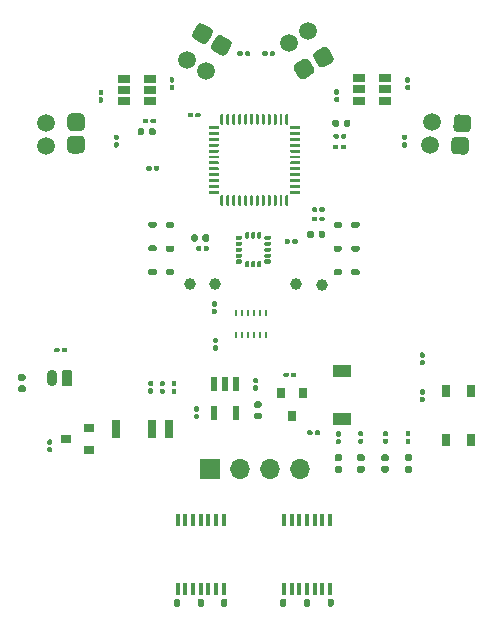
<source format=gts>
G04 #@! TF.GenerationSoftware,KiCad,Pcbnew,(5.1.7)-1*
G04 #@! TF.CreationDate,2021-06-03T00:57:12+09:00*
G04 #@! TF.ProjectId,lapis,6c617069-732e-46b6-9963-61645f706362,rev?*
G04 #@! TF.SameCoordinates,Original*
G04 #@! TF.FileFunction,Soldermask,Top*
G04 #@! TF.FilePolarity,Negative*
%FSLAX46Y46*%
G04 Gerber Fmt 4.6, Leading zero omitted, Abs format (unit mm)*
G04 Created by KiCad (PCBNEW (5.1.7)-1) date 2021-06-03 00:57:12*
%MOMM*%
%LPD*%
G01*
G04 APERTURE LIST*
%ADD10R,0.700000X1.500000*%
%ADD11R,0.600000X1.200000*%
%ADD12R,0.250000X0.500000*%
%ADD13R,0.450000X1.000000*%
%ADD14R,1.060000X0.650000*%
%ADD15R,0.650000X1.050000*%
%ADD16C,1.500000*%
%ADD17C,1.000000*%
%ADD18R,0.800000X0.900000*%
%ADD19R,0.900000X0.800000*%
%ADD20R,1.600000X1.000000*%
%ADD21O,1.700000X1.700000*%
%ADD22R,1.700000X1.700000*%
%ADD23O,0.900000X1.400000*%
G04 APERTURE END LIST*
D10*
X138090000Y-118980000D03*
X136590000Y-118980000D03*
X133590000Y-118980000D03*
D11*
X143750000Y-117650000D03*
X141850000Y-117650000D03*
X141850000Y-115150000D03*
X142800000Y-115150000D03*
X143750000Y-115150000D03*
D12*
X143740000Y-109140000D03*
X144240000Y-109140000D03*
X144740000Y-109140000D03*
X145240000Y-109140000D03*
X145740000Y-109140000D03*
X146240000Y-109140000D03*
X146240000Y-111040000D03*
X145740000Y-111040000D03*
X145240000Y-111040000D03*
X144740000Y-111040000D03*
X144240000Y-111040000D03*
X143740000Y-111040000D03*
D13*
X142700000Y-132538000D03*
X142050000Y-132538000D03*
X141400000Y-132538000D03*
X140750000Y-132538000D03*
X140100000Y-132538000D03*
X139450000Y-132538000D03*
X138800000Y-132538000D03*
X138800000Y-126662000D03*
X139450000Y-126662000D03*
X140100000Y-126662000D03*
X140750000Y-126662000D03*
X141400000Y-126662000D03*
X142050000Y-126662000D03*
X142700000Y-126662000D03*
X151700000Y-132538000D03*
X151050000Y-132538000D03*
X150400000Y-132538000D03*
X149750000Y-132538000D03*
X149100000Y-132538000D03*
X148450000Y-132538000D03*
X147800000Y-132538000D03*
X147800000Y-126662000D03*
X148450000Y-126662000D03*
X149100000Y-126662000D03*
X149750000Y-126662000D03*
X150400000Y-126662000D03*
X151050000Y-126662000D03*
X151700000Y-126662000D03*
D14*
X156330000Y-90220000D03*
X156330000Y-89270000D03*
X156330000Y-91170000D03*
X154130000Y-91170000D03*
X154130000Y-90220000D03*
X154130000Y-89270000D03*
X136420000Y-90260000D03*
X136420000Y-89310000D03*
X136420000Y-91210000D03*
X134220000Y-91210000D03*
X134220000Y-90260000D03*
X134220000Y-89310000D03*
G36*
G01*
X150397500Y-119400000D02*
X150397500Y-119200000D01*
G75*
G02*
X150497500Y-119100000I100000J0D01*
G01*
X150757500Y-119100000D01*
G75*
G02*
X150857500Y-119200000I0J-100000D01*
G01*
X150857500Y-119400000D01*
G75*
G02*
X150757500Y-119500000I-100000J0D01*
G01*
X150497500Y-119500000D01*
G75*
G02*
X150397500Y-119400000I0J100000D01*
G01*
G37*
G36*
G01*
X149757500Y-119400000D02*
X149757500Y-119200000D01*
G75*
G02*
X149857500Y-119100000I100000J0D01*
G01*
X150117500Y-119100000D01*
G75*
G02*
X150217500Y-119200000I0J-100000D01*
G01*
X150217500Y-119400000D01*
G75*
G02*
X150117500Y-119500000I-100000J0D01*
G01*
X149857500Y-119500000D01*
G75*
G02*
X149757500Y-119400000I0J100000D01*
G01*
G37*
G36*
G01*
X148210000Y-114300000D02*
X148210000Y-114500000D01*
G75*
G02*
X148110000Y-114600000I-100000J0D01*
G01*
X147850000Y-114600000D01*
G75*
G02*
X147750000Y-114500000I0J100000D01*
G01*
X147750000Y-114300000D01*
G75*
G02*
X147850000Y-114200000I100000J0D01*
G01*
X148110000Y-114200000D01*
G75*
G02*
X148210000Y-114300000I0J-100000D01*
G01*
G37*
G36*
G01*
X148850000Y-114300000D02*
X148850000Y-114500000D01*
G75*
G02*
X148750000Y-114600000I-100000J0D01*
G01*
X148490000Y-114600000D01*
G75*
G02*
X148390000Y-114500000I0J100000D01*
G01*
X148390000Y-114300000D01*
G75*
G02*
X148490000Y-114200000I100000J0D01*
G01*
X148750000Y-114200000D01*
G75*
G02*
X148850000Y-114300000I0J-100000D01*
G01*
G37*
G36*
G01*
X159605000Y-116067500D02*
X159405000Y-116067500D01*
G75*
G02*
X159305000Y-115967500I0J100000D01*
G01*
X159305000Y-115707500D01*
G75*
G02*
X159405000Y-115607500I100000J0D01*
G01*
X159605000Y-115607500D01*
G75*
G02*
X159705000Y-115707500I0J-100000D01*
G01*
X159705000Y-115967500D01*
G75*
G02*
X159605000Y-116067500I-100000J0D01*
G01*
G37*
G36*
G01*
X159605000Y-116707500D02*
X159405000Y-116707500D01*
G75*
G02*
X159305000Y-116607500I0J100000D01*
G01*
X159305000Y-116347500D01*
G75*
G02*
X159405000Y-116247500I100000J0D01*
G01*
X159605000Y-116247500D01*
G75*
G02*
X159705000Y-116347500I0J-100000D01*
G01*
X159705000Y-116607500D01*
G75*
G02*
X159605000Y-116707500I-100000J0D01*
G01*
G37*
G36*
G01*
X152500000Y-119642500D02*
X152300000Y-119642500D01*
G75*
G02*
X152200000Y-119542500I0J100000D01*
G01*
X152200000Y-119282500D01*
G75*
G02*
X152300000Y-119182500I100000J0D01*
G01*
X152500000Y-119182500D01*
G75*
G02*
X152600000Y-119282500I0J-100000D01*
G01*
X152600000Y-119542500D01*
G75*
G02*
X152500000Y-119642500I-100000J0D01*
G01*
G37*
G36*
G01*
X152500000Y-120282500D02*
X152300000Y-120282500D01*
G75*
G02*
X152200000Y-120182500I0J100000D01*
G01*
X152200000Y-119922500D01*
G75*
G02*
X152300000Y-119822500I100000J0D01*
G01*
X152500000Y-119822500D01*
G75*
G02*
X152600000Y-119922500I0J-100000D01*
G01*
X152600000Y-120182500D01*
G75*
G02*
X152500000Y-120282500I-100000J0D01*
G01*
G37*
G36*
G01*
X154400000Y-119610000D02*
X154200000Y-119610000D01*
G75*
G02*
X154100000Y-119510000I0J100000D01*
G01*
X154100000Y-119250000D01*
G75*
G02*
X154200000Y-119150000I100000J0D01*
G01*
X154400000Y-119150000D01*
G75*
G02*
X154500000Y-119250000I0J-100000D01*
G01*
X154500000Y-119510000D01*
G75*
G02*
X154400000Y-119610000I-100000J0D01*
G01*
G37*
G36*
G01*
X154400000Y-120250000D02*
X154200000Y-120250000D01*
G75*
G02*
X154100000Y-120150000I0J100000D01*
G01*
X154100000Y-119890000D01*
G75*
G02*
X154200000Y-119790000I100000J0D01*
G01*
X154400000Y-119790000D01*
G75*
G02*
X154500000Y-119890000I0J-100000D01*
G01*
X154500000Y-120150000D01*
G75*
G02*
X154400000Y-120250000I-100000J0D01*
G01*
G37*
G36*
G01*
X156500000Y-119610000D02*
X156300000Y-119610000D01*
G75*
G02*
X156200000Y-119510000I0J100000D01*
G01*
X156200000Y-119250000D01*
G75*
G02*
X156300000Y-119150000I100000J0D01*
G01*
X156500000Y-119150000D01*
G75*
G02*
X156600000Y-119250000I0J-100000D01*
G01*
X156600000Y-119510000D01*
G75*
G02*
X156500000Y-119610000I-100000J0D01*
G01*
G37*
G36*
G01*
X156500000Y-120250000D02*
X156300000Y-120250000D01*
G75*
G02*
X156200000Y-120150000I0J100000D01*
G01*
X156200000Y-119890000D01*
G75*
G02*
X156300000Y-119790000I100000J0D01*
G01*
X156500000Y-119790000D01*
G75*
G02*
X156600000Y-119890000I0J-100000D01*
G01*
X156600000Y-120150000D01*
G75*
G02*
X156500000Y-120250000I-100000J0D01*
G01*
G37*
G36*
G01*
X158400000Y-119610000D02*
X158200000Y-119610000D01*
G75*
G02*
X158100000Y-119510000I0J100000D01*
G01*
X158100000Y-119250000D01*
G75*
G02*
X158200000Y-119150000I100000J0D01*
G01*
X158400000Y-119150000D01*
G75*
G02*
X158500000Y-119250000I0J-100000D01*
G01*
X158500000Y-119510000D01*
G75*
G02*
X158400000Y-119610000I-100000J0D01*
G01*
G37*
G36*
G01*
X158400000Y-120250000D02*
X158200000Y-120250000D01*
G75*
G02*
X158100000Y-120150000I0J100000D01*
G01*
X158100000Y-119890000D01*
G75*
G02*
X158200000Y-119790000I100000J0D01*
G01*
X158400000Y-119790000D01*
G75*
G02*
X158500000Y-119890000I0J-100000D01*
G01*
X158500000Y-120150000D01*
G75*
G02*
X158400000Y-120250000I-100000J0D01*
G01*
G37*
G36*
G01*
X152360000Y-90672500D02*
X152160000Y-90672500D01*
G75*
G02*
X152060000Y-90572500I0J100000D01*
G01*
X152060000Y-90312500D01*
G75*
G02*
X152160000Y-90212500I100000J0D01*
G01*
X152360000Y-90212500D01*
G75*
G02*
X152460000Y-90312500I0J-100000D01*
G01*
X152460000Y-90572500D01*
G75*
G02*
X152360000Y-90672500I-100000J0D01*
G01*
G37*
G36*
G01*
X152360000Y-91312500D02*
X152160000Y-91312500D01*
G75*
G02*
X152060000Y-91212500I0J100000D01*
G01*
X152060000Y-90952500D01*
G75*
G02*
X152160000Y-90852500I100000J0D01*
G01*
X152360000Y-90852500D01*
G75*
G02*
X152460000Y-90952500I0J-100000D01*
G01*
X152460000Y-91212500D01*
G75*
G02*
X152360000Y-91312500I-100000J0D01*
G01*
G37*
G36*
G01*
X128990000Y-112400000D02*
X128990000Y-112200000D01*
G75*
G02*
X129090000Y-112100000I100000J0D01*
G01*
X129350000Y-112100000D01*
G75*
G02*
X129450000Y-112200000I0J-100000D01*
G01*
X129450000Y-112400000D01*
G75*
G02*
X129350000Y-112500000I-100000J0D01*
G01*
X129090000Y-112500000D01*
G75*
G02*
X128990000Y-112400000I0J100000D01*
G01*
G37*
G36*
G01*
X128350000Y-112400000D02*
X128350000Y-112200000D01*
G75*
G02*
X128450000Y-112100000I100000J0D01*
G01*
X128710000Y-112100000D01*
G75*
G02*
X128810000Y-112200000I0J-100000D01*
G01*
X128810000Y-112400000D01*
G75*
G02*
X128710000Y-112500000I-100000J0D01*
G01*
X128450000Y-112500000D01*
G75*
G02*
X128350000Y-112400000I0J100000D01*
G01*
G37*
G36*
G01*
X137400000Y-115550000D02*
X137600000Y-115550000D01*
G75*
G02*
X137700000Y-115650000I0J-100000D01*
G01*
X137700000Y-115910000D01*
G75*
G02*
X137600000Y-116010000I-100000J0D01*
G01*
X137400000Y-116010000D01*
G75*
G02*
X137300000Y-115910000I0J100000D01*
G01*
X137300000Y-115650000D01*
G75*
G02*
X137400000Y-115550000I100000J0D01*
G01*
G37*
G36*
G01*
X137400000Y-114910000D02*
X137600000Y-114910000D01*
G75*
G02*
X137700000Y-115010000I0J-100000D01*
G01*
X137700000Y-115270000D01*
G75*
G02*
X137600000Y-115370000I-100000J0D01*
G01*
X137400000Y-115370000D01*
G75*
G02*
X137300000Y-115270000I0J100000D01*
G01*
X137300000Y-115010000D01*
G75*
G02*
X137400000Y-114910000I100000J0D01*
G01*
G37*
G36*
G01*
X136630000Y-115350000D02*
X136430000Y-115350000D01*
G75*
G02*
X136330000Y-115250000I0J100000D01*
G01*
X136330000Y-114990000D01*
G75*
G02*
X136430000Y-114890000I100000J0D01*
G01*
X136630000Y-114890000D01*
G75*
G02*
X136730000Y-114990000I0J-100000D01*
G01*
X136730000Y-115250000D01*
G75*
G02*
X136630000Y-115350000I-100000J0D01*
G01*
G37*
G36*
G01*
X136630000Y-115990000D02*
X136430000Y-115990000D01*
G75*
G02*
X136330000Y-115890000I0J100000D01*
G01*
X136330000Y-115630000D01*
G75*
G02*
X136430000Y-115530000I100000J0D01*
G01*
X136630000Y-115530000D01*
G75*
G02*
X136730000Y-115630000I0J-100000D01*
G01*
X136730000Y-115890000D01*
G75*
G02*
X136630000Y-115990000I-100000J0D01*
G01*
G37*
G36*
G01*
X128070000Y-120322500D02*
X127870000Y-120322500D01*
G75*
G02*
X127770000Y-120222500I0J100000D01*
G01*
X127770000Y-119962500D01*
G75*
G02*
X127870000Y-119862500I100000J0D01*
G01*
X128070000Y-119862500D01*
G75*
G02*
X128170000Y-119962500I0J-100000D01*
G01*
X128170000Y-120222500D01*
G75*
G02*
X128070000Y-120322500I-100000J0D01*
G01*
G37*
G36*
G01*
X128070000Y-120962500D02*
X127870000Y-120962500D01*
G75*
G02*
X127770000Y-120862500I0J100000D01*
G01*
X127770000Y-120602500D01*
G75*
G02*
X127870000Y-120502500I100000J0D01*
G01*
X128070000Y-120502500D01*
G75*
G02*
X128170000Y-120602500I0J-100000D01*
G01*
X128170000Y-120862500D01*
G75*
G02*
X128070000Y-120962500I-100000J0D01*
G01*
G37*
G36*
G01*
X144490000Y-87300000D02*
X144490000Y-87100000D01*
G75*
G02*
X144590000Y-87000000I100000J0D01*
G01*
X144850000Y-87000000D01*
G75*
G02*
X144950000Y-87100000I0J-100000D01*
G01*
X144950000Y-87300000D01*
G75*
G02*
X144850000Y-87400000I-100000J0D01*
G01*
X144590000Y-87400000D01*
G75*
G02*
X144490000Y-87300000I0J100000D01*
G01*
G37*
G36*
G01*
X143850000Y-87300000D02*
X143850000Y-87100000D01*
G75*
G02*
X143950000Y-87000000I100000J0D01*
G01*
X144210000Y-87000000D01*
G75*
G02*
X144310000Y-87100000I0J-100000D01*
G01*
X144310000Y-87300000D01*
G75*
G02*
X144210000Y-87400000I-100000J0D01*
G01*
X143950000Y-87400000D01*
G75*
G02*
X143850000Y-87300000I0J100000D01*
G01*
G37*
G36*
G01*
X133700000Y-94510000D02*
X133500000Y-94510000D01*
G75*
G02*
X133400000Y-94410000I0J100000D01*
G01*
X133400000Y-94150000D01*
G75*
G02*
X133500000Y-94050000I100000J0D01*
G01*
X133700000Y-94050000D01*
G75*
G02*
X133800000Y-94150000I0J-100000D01*
G01*
X133800000Y-94410000D01*
G75*
G02*
X133700000Y-94510000I-100000J0D01*
G01*
G37*
G36*
G01*
X133700000Y-95150000D02*
X133500000Y-95150000D01*
G75*
G02*
X133400000Y-95050000I0J100000D01*
G01*
X133400000Y-94790000D01*
G75*
G02*
X133500000Y-94690000I100000J0D01*
G01*
X133700000Y-94690000D01*
G75*
G02*
X133800000Y-94790000I0J-100000D01*
G01*
X133800000Y-95050000D01*
G75*
G02*
X133700000Y-95150000I-100000J0D01*
G01*
G37*
G36*
G01*
X158100000Y-94510000D02*
X157900000Y-94510000D01*
G75*
G02*
X157800000Y-94410000I0J100000D01*
G01*
X157800000Y-94150000D01*
G75*
G02*
X157900000Y-94050000I100000J0D01*
G01*
X158100000Y-94050000D01*
G75*
G02*
X158200000Y-94150000I0J-100000D01*
G01*
X158200000Y-94410000D01*
G75*
G02*
X158100000Y-94510000I-100000J0D01*
G01*
G37*
G36*
G01*
X158100000Y-95150000D02*
X157900000Y-95150000D01*
G75*
G02*
X157800000Y-95050000I0J100000D01*
G01*
X157800000Y-94790000D01*
G75*
G02*
X157900000Y-94690000I100000J0D01*
G01*
X158100000Y-94690000D01*
G75*
G02*
X158200000Y-94790000I0J-100000D01*
G01*
X158200000Y-95050000D01*
G75*
G02*
X158100000Y-95150000I-100000J0D01*
G01*
G37*
G36*
G01*
X146410000Y-87100000D02*
X146410000Y-87300000D01*
G75*
G02*
X146310000Y-87400000I-100000J0D01*
G01*
X146050000Y-87400000D01*
G75*
G02*
X145950000Y-87300000I0J100000D01*
G01*
X145950000Y-87100000D01*
G75*
G02*
X146050000Y-87000000I100000J0D01*
G01*
X146310000Y-87000000D01*
G75*
G02*
X146410000Y-87100000I0J-100000D01*
G01*
G37*
G36*
G01*
X147050000Y-87100000D02*
X147050000Y-87300000D01*
G75*
G02*
X146950000Y-87400000I-100000J0D01*
G01*
X146690000Y-87400000D01*
G75*
G02*
X146590000Y-87300000I0J100000D01*
G01*
X146590000Y-87100000D01*
G75*
G02*
X146690000Y-87000000I100000J0D01*
G01*
X146950000Y-87000000D01*
G75*
G02*
X147050000Y-87100000I0J-100000D01*
G01*
G37*
G36*
G01*
X132400000Y-90712500D02*
X132200000Y-90712500D01*
G75*
G02*
X132100000Y-90612500I0J100000D01*
G01*
X132100000Y-90352500D01*
G75*
G02*
X132200000Y-90252500I100000J0D01*
G01*
X132400000Y-90252500D01*
G75*
G02*
X132500000Y-90352500I0J-100000D01*
G01*
X132500000Y-90612500D01*
G75*
G02*
X132400000Y-90712500I-100000J0D01*
G01*
G37*
G36*
G01*
X132400000Y-91352500D02*
X132200000Y-91352500D01*
G75*
G02*
X132100000Y-91252500I0J100000D01*
G01*
X132100000Y-90992500D01*
G75*
G02*
X132200000Y-90892500I100000J0D01*
G01*
X132400000Y-90892500D01*
G75*
G02*
X132500000Y-90992500I0J-100000D01*
G01*
X132500000Y-91252500D01*
G75*
G02*
X132400000Y-91352500I-100000J0D01*
G01*
G37*
G36*
G01*
X152227500Y-121120000D02*
X152572500Y-121120000D01*
G75*
G02*
X152720000Y-121267500I0J-147500D01*
G01*
X152720000Y-121562500D01*
G75*
G02*
X152572500Y-121710000I-147500J0D01*
G01*
X152227500Y-121710000D01*
G75*
G02*
X152080000Y-121562500I0J147500D01*
G01*
X152080000Y-121267500D01*
G75*
G02*
X152227500Y-121120000I147500J0D01*
G01*
G37*
G36*
G01*
X152227500Y-122090000D02*
X152572500Y-122090000D01*
G75*
G02*
X152720000Y-122237500I0J-147500D01*
G01*
X152720000Y-122532500D01*
G75*
G02*
X152572500Y-122680000I-147500J0D01*
G01*
X152227500Y-122680000D01*
G75*
G02*
X152080000Y-122532500I0J147500D01*
G01*
X152080000Y-122237500D01*
G75*
G02*
X152227500Y-122090000I147500J0D01*
G01*
G37*
G36*
G01*
X154127500Y-122090000D02*
X154472500Y-122090000D01*
G75*
G02*
X154620000Y-122237500I0J-147500D01*
G01*
X154620000Y-122532500D01*
G75*
G02*
X154472500Y-122680000I-147500J0D01*
G01*
X154127500Y-122680000D01*
G75*
G02*
X153980000Y-122532500I0J147500D01*
G01*
X153980000Y-122237500D01*
G75*
G02*
X154127500Y-122090000I147500J0D01*
G01*
G37*
G36*
G01*
X154127500Y-121120000D02*
X154472500Y-121120000D01*
G75*
G02*
X154620000Y-121267500I0J-147500D01*
G01*
X154620000Y-121562500D01*
G75*
G02*
X154472500Y-121710000I-147500J0D01*
G01*
X154127500Y-121710000D01*
G75*
G02*
X153980000Y-121562500I0J147500D01*
G01*
X153980000Y-121267500D01*
G75*
G02*
X154127500Y-121120000I147500J0D01*
G01*
G37*
G36*
G01*
X156197500Y-122090000D02*
X156542500Y-122090000D01*
G75*
G02*
X156690000Y-122237500I0J-147500D01*
G01*
X156690000Y-122532500D01*
G75*
G02*
X156542500Y-122680000I-147500J0D01*
G01*
X156197500Y-122680000D01*
G75*
G02*
X156050000Y-122532500I0J147500D01*
G01*
X156050000Y-122237500D01*
G75*
G02*
X156197500Y-122090000I147500J0D01*
G01*
G37*
G36*
G01*
X156197500Y-121120000D02*
X156542500Y-121120000D01*
G75*
G02*
X156690000Y-121267500I0J-147500D01*
G01*
X156690000Y-121562500D01*
G75*
G02*
X156542500Y-121710000I-147500J0D01*
G01*
X156197500Y-121710000D01*
G75*
G02*
X156050000Y-121562500I0J147500D01*
G01*
X156050000Y-121267500D01*
G75*
G02*
X156197500Y-121120000I147500J0D01*
G01*
G37*
G36*
G01*
X158167500Y-122090000D02*
X158512500Y-122090000D01*
G75*
G02*
X158660000Y-122237500I0J-147500D01*
G01*
X158660000Y-122532500D01*
G75*
G02*
X158512500Y-122680000I-147500J0D01*
G01*
X158167500Y-122680000D01*
G75*
G02*
X158020000Y-122532500I0J147500D01*
G01*
X158020000Y-122237500D01*
G75*
G02*
X158167500Y-122090000I147500J0D01*
G01*
G37*
G36*
G01*
X158167500Y-121120000D02*
X158512500Y-121120000D01*
G75*
G02*
X158660000Y-121267500I0J-147500D01*
G01*
X158660000Y-121562500D01*
G75*
G02*
X158512500Y-121710000I-147500J0D01*
G01*
X158167500Y-121710000D01*
G75*
G02*
X158020000Y-121562500I0J147500D01*
G01*
X158020000Y-121267500D01*
G75*
G02*
X158167500Y-121120000I147500J0D01*
G01*
G37*
G36*
G01*
X125772500Y-115880000D02*
X125427500Y-115880000D01*
G75*
G02*
X125280000Y-115732500I0J147500D01*
G01*
X125280000Y-115437500D01*
G75*
G02*
X125427500Y-115290000I147500J0D01*
G01*
X125772500Y-115290000D01*
G75*
G02*
X125920000Y-115437500I0J-147500D01*
G01*
X125920000Y-115732500D01*
G75*
G02*
X125772500Y-115880000I-147500J0D01*
G01*
G37*
G36*
G01*
X125772500Y-114910000D02*
X125427500Y-114910000D01*
G75*
G02*
X125280000Y-114762500I0J147500D01*
G01*
X125280000Y-114467500D01*
G75*
G02*
X125427500Y-114320000I147500J0D01*
G01*
X125772500Y-114320000D01*
G75*
G02*
X125920000Y-114467500I0J-147500D01*
G01*
X125920000Y-114762500D01*
G75*
G02*
X125772500Y-114910000I-147500J0D01*
G01*
G37*
G36*
G01*
X150732500Y-102670000D02*
X150732500Y-102330000D01*
G75*
G02*
X150872500Y-102190000I140000J0D01*
G01*
X151152500Y-102190000D01*
G75*
G02*
X151292500Y-102330000I0J-140000D01*
G01*
X151292500Y-102670000D01*
G75*
G02*
X151152500Y-102810000I-140000J0D01*
G01*
X150872500Y-102810000D01*
G75*
G02*
X150732500Y-102670000I0J140000D01*
G01*
G37*
G36*
G01*
X149772500Y-102670000D02*
X149772500Y-102330000D01*
G75*
G02*
X149912500Y-102190000I140000J0D01*
G01*
X150192500Y-102190000D01*
G75*
G02*
X150332500Y-102330000I0J-140000D01*
G01*
X150332500Y-102670000D01*
G75*
G02*
X150192500Y-102810000I-140000J0D01*
G01*
X149912500Y-102810000D01*
G75*
G02*
X149772500Y-102670000I0J140000D01*
G01*
G37*
G36*
G01*
X136610000Y-96800000D02*
X136610000Y-97000000D01*
G75*
G02*
X136510000Y-97100000I-100000J0D01*
G01*
X136250000Y-97100000D01*
G75*
G02*
X136150000Y-97000000I0J100000D01*
G01*
X136150000Y-96800000D01*
G75*
G02*
X136250000Y-96700000I100000J0D01*
G01*
X136510000Y-96700000D01*
G75*
G02*
X136610000Y-96800000I0J-100000D01*
G01*
G37*
G36*
G01*
X137250000Y-96800000D02*
X137250000Y-97000000D01*
G75*
G02*
X137150000Y-97100000I-100000J0D01*
G01*
X136890000Y-97100000D01*
G75*
G02*
X136790000Y-97000000I0J100000D01*
G01*
X136790000Y-96800000D01*
G75*
G02*
X136890000Y-96700000I100000J0D01*
G01*
X137150000Y-96700000D01*
G75*
G02*
X137250000Y-96800000I0J-100000D01*
G01*
G37*
G36*
G01*
X136317500Y-92800000D02*
X136317500Y-93000000D01*
G75*
G02*
X136217500Y-93100000I-100000J0D01*
G01*
X135957500Y-93100000D01*
G75*
G02*
X135857500Y-93000000I0J100000D01*
G01*
X135857500Y-92800000D01*
G75*
G02*
X135957500Y-92700000I100000J0D01*
G01*
X136217500Y-92700000D01*
G75*
G02*
X136317500Y-92800000I0J-100000D01*
G01*
G37*
G36*
G01*
X136957500Y-92800000D02*
X136957500Y-93000000D01*
G75*
G02*
X136857500Y-93100000I-100000J0D01*
G01*
X136597500Y-93100000D01*
G75*
G02*
X136497500Y-93000000I0J100000D01*
G01*
X136497500Y-92800000D01*
G75*
G02*
X136597500Y-92700000I100000J0D01*
G01*
X136857500Y-92700000D01*
G75*
G02*
X136957500Y-92800000I0J-100000D01*
G01*
G37*
G36*
G01*
X150797500Y-100500000D02*
X150797500Y-100300000D01*
G75*
G02*
X150897500Y-100200000I100000J0D01*
G01*
X151157500Y-100200000D01*
G75*
G02*
X151257500Y-100300000I0J-100000D01*
G01*
X151257500Y-100500000D01*
G75*
G02*
X151157500Y-100600000I-100000J0D01*
G01*
X150897500Y-100600000D01*
G75*
G02*
X150797500Y-100500000I0J100000D01*
G01*
G37*
G36*
G01*
X150157500Y-100500000D02*
X150157500Y-100300000D01*
G75*
G02*
X150257500Y-100200000I100000J0D01*
G01*
X150517500Y-100200000D01*
G75*
G02*
X150617500Y-100300000I0J-100000D01*
G01*
X150617500Y-100500000D01*
G75*
G02*
X150517500Y-100600000I-100000J0D01*
G01*
X150257500Y-100600000D01*
G75*
G02*
X150157500Y-100500000I0J100000D01*
G01*
G37*
G36*
G01*
X140110000Y-92300000D02*
X140110000Y-92500000D01*
G75*
G02*
X140010000Y-92600000I-100000J0D01*
G01*
X139750000Y-92600000D01*
G75*
G02*
X139650000Y-92500000I0J100000D01*
G01*
X139650000Y-92300000D01*
G75*
G02*
X139750000Y-92200000I100000J0D01*
G01*
X140010000Y-92200000D01*
G75*
G02*
X140110000Y-92300000I0J-100000D01*
G01*
G37*
G36*
G01*
X140750000Y-92300000D02*
X140750000Y-92500000D01*
G75*
G02*
X140650000Y-92600000I-100000J0D01*
G01*
X140390000Y-92600000D01*
G75*
G02*
X140290000Y-92500000I0J100000D01*
G01*
X140290000Y-92300000D01*
G75*
G02*
X140390000Y-92200000I100000J0D01*
G01*
X140650000Y-92200000D01*
G75*
G02*
X140750000Y-92300000I0J-100000D01*
G01*
G37*
G36*
G01*
X152627500Y-94290000D02*
X152627500Y-94090000D01*
G75*
G02*
X152727500Y-93990000I100000J0D01*
G01*
X152987500Y-93990000D01*
G75*
G02*
X153087500Y-94090000I0J-100000D01*
G01*
X153087500Y-94290000D01*
G75*
G02*
X152987500Y-94390000I-100000J0D01*
G01*
X152727500Y-94390000D01*
G75*
G02*
X152627500Y-94290000I0J100000D01*
G01*
G37*
G36*
G01*
X151987500Y-94290000D02*
X151987500Y-94090000D01*
G75*
G02*
X152087500Y-93990000I100000J0D01*
G01*
X152347500Y-93990000D01*
G75*
G02*
X152447500Y-94090000I0J-100000D01*
G01*
X152447500Y-94290000D01*
G75*
G02*
X152347500Y-94390000I-100000J0D01*
G01*
X152087500Y-94390000D01*
G75*
G02*
X151987500Y-94290000I0J100000D01*
G01*
G37*
G36*
G01*
X150790000Y-101300000D02*
X150790000Y-101100000D01*
G75*
G02*
X150890000Y-101000000I100000J0D01*
G01*
X151150000Y-101000000D01*
G75*
G02*
X151250000Y-101100000I0J-100000D01*
G01*
X151250000Y-101300000D01*
G75*
G02*
X151150000Y-101400000I-100000J0D01*
G01*
X150890000Y-101400000D01*
G75*
G02*
X150790000Y-101300000I0J100000D01*
G01*
G37*
G36*
G01*
X150150000Y-101300000D02*
X150150000Y-101100000D01*
G75*
G02*
X150250000Y-101000000I100000J0D01*
G01*
X150510000Y-101000000D01*
G75*
G02*
X150610000Y-101100000I0J-100000D01*
G01*
X150610000Y-101300000D01*
G75*
G02*
X150510000Y-101400000I-100000J0D01*
G01*
X150250000Y-101400000D01*
G75*
G02*
X150150000Y-101300000I0J100000D01*
G01*
G37*
G36*
G01*
X152867500Y-93270000D02*
X152867500Y-92930000D01*
G75*
G02*
X153007500Y-92790000I140000J0D01*
G01*
X153287500Y-92790000D01*
G75*
G02*
X153427500Y-92930000I0J-140000D01*
G01*
X153427500Y-93270000D01*
G75*
G02*
X153287500Y-93410000I-140000J0D01*
G01*
X153007500Y-93410000D01*
G75*
G02*
X152867500Y-93270000I0J140000D01*
G01*
G37*
G36*
G01*
X151907500Y-93270000D02*
X151907500Y-92930000D01*
G75*
G02*
X152047500Y-92790000I140000J0D01*
G01*
X152327500Y-92790000D01*
G75*
G02*
X152467500Y-92930000I0J-140000D01*
G01*
X152467500Y-93270000D01*
G75*
G02*
X152327500Y-93410000I-140000J0D01*
G01*
X152047500Y-93410000D01*
G75*
G02*
X151907500Y-93270000I0J140000D01*
G01*
G37*
G36*
G01*
X135967500Y-93630000D02*
X135967500Y-93970000D01*
G75*
G02*
X135827500Y-94110000I-140000J0D01*
G01*
X135547500Y-94110000D01*
G75*
G02*
X135407500Y-93970000I0J140000D01*
G01*
X135407500Y-93630000D01*
G75*
G02*
X135547500Y-93490000I140000J0D01*
G01*
X135827500Y-93490000D01*
G75*
G02*
X135967500Y-93630000I0J-140000D01*
G01*
G37*
G36*
G01*
X136927500Y-93630000D02*
X136927500Y-93970000D01*
G75*
G02*
X136787500Y-94110000I-140000J0D01*
G01*
X136507500Y-94110000D01*
G75*
G02*
X136367500Y-93970000I0J140000D01*
G01*
X136367500Y-93630000D01*
G75*
G02*
X136507500Y-93490000I140000J0D01*
G01*
X136787500Y-93490000D01*
G75*
G02*
X136927500Y-93630000I0J-140000D01*
G01*
G37*
G36*
G01*
X159605000Y-112960000D02*
X159405000Y-112960000D01*
G75*
G02*
X159305000Y-112860000I0J100000D01*
G01*
X159305000Y-112600000D01*
G75*
G02*
X159405000Y-112500000I100000J0D01*
G01*
X159605000Y-112500000D01*
G75*
G02*
X159705000Y-112600000I0J-100000D01*
G01*
X159705000Y-112860000D01*
G75*
G02*
X159605000Y-112960000I-100000J0D01*
G01*
G37*
G36*
G01*
X159605000Y-113600000D02*
X159405000Y-113600000D01*
G75*
G02*
X159305000Y-113500000I0J100000D01*
G01*
X159305000Y-113240000D01*
G75*
G02*
X159405000Y-113140000I100000J0D01*
G01*
X159605000Y-113140000D01*
G75*
G02*
X159705000Y-113240000I0J-100000D01*
G01*
X159705000Y-113500000D01*
G75*
G02*
X159605000Y-113600000I-100000J0D01*
G01*
G37*
G36*
G01*
X158190000Y-89840000D02*
X158390000Y-89840000D01*
G75*
G02*
X158490000Y-89940000I0J-100000D01*
G01*
X158490000Y-90200000D01*
G75*
G02*
X158390000Y-90300000I-100000J0D01*
G01*
X158190000Y-90300000D01*
G75*
G02*
X158090000Y-90200000I0J100000D01*
G01*
X158090000Y-89940000D01*
G75*
G02*
X158190000Y-89840000I100000J0D01*
G01*
G37*
G36*
G01*
X158190000Y-89200000D02*
X158390000Y-89200000D01*
G75*
G02*
X158490000Y-89300000I0J-100000D01*
G01*
X158490000Y-89560000D01*
G75*
G02*
X158390000Y-89660000I-100000J0D01*
G01*
X158190000Y-89660000D01*
G75*
G02*
X158090000Y-89560000I0J100000D01*
G01*
X158090000Y-89300000D01*
G75*
G02*
X158190000Y-89200000I100000J0D01*
G01*
G37*
G36*
G01*
X138600000Y-115370000D02*
X138400000Y-115370000D01*
G75*
G02*
X138300000Y-115270000I0J100000D01*
G01*
X138300000Y-115010000D01*
G75*
G02*
X138400000Y-114910000I100000J0D01*
G01*
X138600000Y-114910000D01*
G75*
G02*
X138700000Y-115010000I0J-100000D01*
G01*
X138700000Y-115270000D01*
G75*
G02*
X138600000Y-115370000I-100000J0D01*
G01*
G37*
G36*
G01*
X138600000Y-116010000D02*
X138400000Y-116010000D01*
G75*
G02*
X138300000Y-115910000I0J100000D01*
G01*
X138300000Y-115650000D01*
G75*
G02*
X138400000Y-115550000I100000J0D01*
G01*
X138600000Y-115550000D01*
G75*
G02*
X138700000Y-115650000I0J-100000D01*
G01*
X138700000Y-115910000D01*
G75*
G02*
X138600000Y-116010000I-100000J0D01*
G01*
G37*
G36*
G01*
X145770000Y-117200000D02*
X145430000Y-117200000D01*
G75*
G02*
X145290000Y-117060000I0J140000D01*
G01*
X145290000Y-116780000D01*
G75*
G02*
X145430000Y-116640000I140000J0D01*
G01*
X145770000Y-116640000D01*
G75*
G02*
X145910000Y-116780000I0J-140000D01*
G01*
X145910000Y-117060000D01*
G75*
G02*
X145770000Y-117200000I-140000J0D01*
G01*
G37*
G36*
G01*
X145770000Y-118160000D02*
X145430000Y-118160000D01*
G75*
G02*
X145290000Y-118020000I0J140000D01*
G01*
X145290000Y-117740000D01*
G75*
G02*
X145430000Y-117600000I140000J0D01*
G01*
X145770000Y-117600000D01*
G75*
G02*
X145910000Y-117740000I0J-140000D01*
G01*
X145910000Y-118020000D01*
G75*
G02*
X145770000Y-118160000I-140000J0D01*
G01*
G37*
G36*
G01*
X140500000Y-117510000D02*
X140300000Y-117510000D01*
G75*
G02*
X140200000Y-117410000I0J100000D01*
G01*
X140200000Y-117150000D01*
G75*
G02*
X140300000Y-117050000I100000J0D01*
G01*
X140500000Y-117050000D01*
G75*
G02*
X140600000Y-117150000I0J-100000D01*
G01*
X140600000Y-117410000D01*
G75*
G02*
X140500000Y-117510000I-100000J0D01*
G01*
G37*
G36*
G01*
X140500000Y-118150000D02*
X140300000Y-118150000D01*
G75*
G02*
X140200000Y-118050000I0J100000D01*
G01*
X140200000Y-117790000D01*
G75*
G02*
X140300000Y-117690000I100000J0D01*
G01*
X140500000Y-117690000D01*
G75*
G02*
X140600000Y-117790000I0J-100000D01*
G01*
X140600000Y-118050000D01*
G75*
G02*
X140500000Y-118150000I-100000J0D01*
G01*
G37*
G36*
G01*
X145300000Y-115290000D02*
X145500000Y-115290000D01*
G75*
G02*
X145600000Y-115390000I0J-100000D01*
G01*
X145600000Y-115650000D01*
G75*
G02*
X145500000Y-115750000I-100000J0D01*
G01*
X145300000Y-115750000D01*
G75*
G02*
X145200000Y-115650000I0J100000D01*
G01*
X145200000Y-115390000D01*
G75*
G02*
X145300000Y-115290000I100000J0D01*
G01*
G37*
G36*
G01*
X145300000Y-114650000D02*
X145500000Y-114650000D01*
G75*
G02*
X145600000Y-114750000I0J-100000D01*
G01*
X145600000Y-115010000D01*
G75*
G02*
X145500000Y-115110000I-100000J0D01*
G01*
X145300000Y-115110000D01*
G75*
G02*
X145200000Y-115010000I0J100000D01*
G01*
X145200000Y-114750000D01*
G75*
G02*
X145300000Y-114650000I100000J0D01*
G01*
G37*
G36*
G01*
X142000000Y-108610000D02*
X141800000Y-108610000D01*
G75*
G02*
X141700000Y-108510000I0J100000D01*
G01*
X141700000Y-108250000D01*
G75*
G02*
X141800000Y-108150000I100000J0D01*
G01*
X142000000Y-108150000D01*
G75*
G02*
X142100000Y-108250000I0J-100000D01*
G01*
X142100000Y-108510000D01*
G75*
G02*
X142000000Y-108610000I-100000J0D01*
G01*
G37*
G36*
G01*
X142000000Y-109250000D02*
X141800000Y-109250000D01*
G75*
G02*
X141700000Y-109150000I0J100000D01*
G01*
X141700000Y-108890000D01*
G75*
G02*
X141800000Y-108790000I100000J0D01*
G01*
X142000000Y-108790000D01*
G75*
G02*
X142100000Y-108890000I0J-100000D01*
G01*
X142100000Y-109150000D01*
G75*
G02*
X142000000Y-109250000I-100000J0D01*
G01*
G37*
G36*
G01*
X141900000Y-111890000D02*
X142100000Y-111890000D01*
G75*
G02*
X142200000Y-111990000I0J-100000D01*
G01*
X142200000Y-112250000D01*
G75*
G02*
X142100000Y-112350000I-100000J0D01*
G01*
X141900000Y-112350000D01*
G75*
G02*
X141800000Y-112250000I0J100000D01*
G01*
X141800000Y-111990000D01*
G75*
G02*
X141900000Y-111890000I100000J0D01*
G01*
G37*
G36*
G01*
X141900000Y-111250000D02*
X142100000Y-111250000D01*
G75*
G02*
X142200000Y-111350000I0J-100000D01*
G01*
X142200000Y-111610000D01*
G75*
G02*
X142100000Y-111710000I-100000J0D01*
G01*
X141900000Y-111710000D01*
G75*
G02*
X141800000Y-111610000I0J100000D01*
G01*
X141800000Y-111350000D01*
G75*
G02*
X141900000Y-111250000I100000J0D01*
G01*
G37*
G36*
G01*
X138220000Y-89830000D02*
X138420000Y-89830000D01*
G75*
G02*
X138520000Y-89930000I0J-100000D01*
G01*
X138520000Y-90190000D01*
G75*
G02*
X138420000Y-90290000I-100000J0D01*
G01*
X138220000Y-90290000D01*
G75*
G02*
X138120000Y-90190000I0J100000D01*
G01*
X138120000Y-89930000D01*
G75*
G02*
X138220000Y-89830000I100000J0D01*
G01*
G37*
G36*
G01*
X138220000Y-89190000D02*
X138420000Y-89190000D01*
G75*
G02*
X138520000Y-89290000I0J-100000D01*
G01*
X138520000Y-89550000D01*
G75*
G02*
X138420000Y-89650000I-100000J0D01*
G01*
X138220000Y-89650000D01*
G75*
G02*
X138120000Y-89550000I0J100000D01*
G01*
X138120000Y-89290000D01*
G75*
G02*
X138220000Y-89190000I100000J0D01*
G01*
G37*
G36*
G01*
X148490000Y-103200000D02*
X148490000Y-103000000D01*
G75*
G02*
X148590000Y-102900000I100000J0D01*
G01*
X148850000Y-102900000D01*
G75*
G02*
X148950000Y-103000000I0J-100000D01*
G01*
X148950000Y-103200000D01*
G75*
G02*
X148850000Y-103300000I-100000J0D01*
G01*
X148590000Y-103300000D01*
G75*
G02*
X148490000Y-103200000I0J100000D01*
G01*
G37*
G36*
G01*
X147850000Y-103200000D02*
X147850000Y-103000000D01*
G75*
G02*
X147950000Y-102900000I100000J0D01*
G01*
X148210000Y-102900000D01*
G75*
G02*
X148310000Y-103000000I0J-100000D01*
G01*
X148310000Y-103200000D01*
G75*
G02*
X148210000Y-103300000I-100000J0D01*
G01*
X147950000Y-103300000D01*
G75*
G02*
X147850000Y-103200000I0J100000D01*
G01*
G37*
G36*
G01*
X152590000Y-95200000D02*
X152590000Y-95000000D01*
G75*
G02*
X152690000Y-94900000I100000J0D01*
G01*
X152950000Y-94900000D01*
G75*
G02*
X153050000Y-95000000I0J-100000D01*
G01*
X153050000Y-95200000D01*
G75*
G02*
X152950000Y-95300000I-100000J0D01*
G01*
X152690000Y-95300000D01*
G75*
G02*
X152590000Y-95200000I0J100000D01*
G01*
G37*
G36*
G01*
X151950000Y-95200000D02*
X151950000Y-95000000D01*
G75*
G02*
X152050000Y-94900000I100000J0D01*
G01*
X152310000Y-94900000D01*
G75*
G02*
X152410000Y-95000000I0J-100000D01*
G01*
X152410000Y-95200000D01*
G75*
G02*
X152310000Y-95300000I-100000J0D01*
G01*
X152050000Y-95300000D01*
G75*
G02*
X151950000Y-95200000I0J100000D01*
G01*
G37*
G36*
G01*
X140810000Y-103600000D02*
X140810000Y-103800000D01*
G75*
G02*
X140710000Y-103900000I-100000J0D01*
G01*
X140450000Y-103900000D01*
G75*
G02*
X140350000Y-103800000I0J100000D01*
G01*
X140350000Y-103600000D01*
G75*
G02*
X140450000Y-103500000I100000J0D01*
G01*
X140710000Y-103500000D01*
G75*
G02*
X140810000Y-103600000I0J-100000D01*
G01*
G37*
G36*
G01*
X141450000Y-103600000D02*
X141450000Y-103800000D01*
G75*
G02*
X141350000Y-103900000I-100000J0D01*
G01*
X141090000Y-103900000D01*
G75*
G02*
X140990000Y-103800000I0J100000D01*
G01*
X140990000Y-103600000D01*
G75*
G02*
X141090000Y-103500000I100000J0D01*
G01*
X141350000Y-103500000D01*
G75*
G02*
X141450000Y-103600000I0J-100000D01*
G01*
G37*
G36*
G01*
X140500000Y-102630000D02*
X140500000Y-102970000D01*
G75*
G02*
X140360000Y-103110000I-140000J0D01*
G01*
X140080000Y-103110000D01*
G75*
G02*
X139940000Y-102970000I0J140000D01*
G01*
X139940000Y-102630000D01*
G75*
G02*
X140080000Y-102490000I140000J0D01*
G01*
X140360000Y-102490000D01*
G75*
G02*
X140500000Y-102630000I0J-140000D01*
G01*
G37*
G36*
G01*
X141460000Y-102630000D02*
X141460000Y-102970000D01*
G75*
G02*
X141320000Y-103110000I-140000J0D01*
G01*
X141040000Y-103110000D01*
G75*
G02*
X140900000Y-102970000I0J140000D01*
G01*
X140900000Y-102630000D01*
G75*
G02*
X141040000Y-102490000I140000J0D01*
G01*
X141320000Y-102490000D01*
G75*
G02*
X141460000Y-102630000I0J-140000D01*
G01*
G37*
D15*
X161525000Y-119875000D03*
X161525000Y-115725000D03*
X163675000Y-119875000D03*
X163675000Y-115725000D03*
D16*
X160161547Y-94911355D03*
G36*
G01*
X163462631Y-94651403D02*
X163436456Y-95400946D01*
G75*
G02*
X163048597Y-95762631I-374772J13087D01*
G01*
X162299054Y-95736456D01*
G75*
G02*
X161937369Y-95348597I13087J374772D01*
G01*
X161963544Y-94599054D01*
G75*
G02*
X162351403Y-94237369I374772J-13087D01*
G01*
X163100946Y-94263544D01*
G75*
G02*
X163462631Y-94651403I-13087J-374772D01*
G01*
G37*
G36*
G01*
X150199760Y-88962020D02*
X149550240Y-89337020D01*
G75*
G02*
X149037980Y-89199760I-187500J324760D01*
G01*
X148662980Y-88550240D01*
G75*
G02*
X148800240Y-88037980I324760J187500D01*
G01*
X149449760Y-87662980D01*
G75*
G02*
X149962020Y-87800240I187500J-324760D01*
G01*
X150337020Y-88449760D01*
G75*
G02*
X150199760Y-88962020I-324760J-187500D01*
G01*
G37*
X148230000Y-86300295D03*
X141230000Y-88699705D03*
G36*
G01*
X142550240Y-85662980D02*
X143199760Y-86037980D01*
G75*
G02*
X143337020Y-86550240I-187500J-324760D01*
G01*
X142962020Y-87199760D01*
G75*
G02*
X142449760Y-87337020I-324760J187500D01*
G01*
X141800240Y-86962020D01*
G75*
G02*
X141662980Y-86449760I187500J324760D01*
G01*
X142037980Y-85800240D01*
G75*
G02*
X142550240Y-85662980I324760J-187500D01*
G01*
G37*
X127661547Y-94988645D03*
G36*
G01*
X130936456Y-94499054D02*
X130962631Y-95248597D01*
G75*
G02*
X130600946Y-95636456I-374772J-13087D01*
G01*
X129851403Y-95662631D01*
G75*
G02*
X129463544Y-95300946I-13087J374772D01*
G01*
X129437369Y-94551403D01*
G75*
G02*
X129799054Y-94163544I374772J13087D01*
G01*
X130548597Y-94137369D01*
G75*
G02*
X130936456Y-94499054I13087J-374772D01*
G01*
G37*
G36*
G01*
X130936456Y-92599054D02*
X130962631Y-93348597D01*
G75*
G02*
X130600946Y-93736456I-374772J-13087D01*
G01*
X129851403Y-93762631D01*
G75*
G02*
X129463544Y-93400946I-13087J374772D01*
G01*
X129437369Y-92651403D01*
G75*
G02*
X129799054Y-92263544I374772J13087D01*
G01*
X130548597Y-92237369D01*
G75*
G02*
X130936456Y-92599054I13087J-374772D01*
G01*
G37*
X127661547Y-93088645D03*
G36*
G01*
X151844760Y-87957020D02*
X151195240Y-88332020D01*
G75*
G02*
X150682980Y-88194760I-187500J324760D01*
G01*
X150307980Y-87545240D01*
G75*
G02*
X150445240Y-87032980I324760J187500D01*
G01*
X151094760Y-86657980D01*
G75*
G02*
X151607020Y-86795240I187500J-324760D01*
G01*
X151982020Y-87444760D01*
G75*
G02*
X151844760Y-87957020I-324760J-187500D01*
G01*
G37*
X149875000Y-85295295D03*
X139630000Y-87699705D03*
G36*
G01*
X140950240Y-84662980D02*
X141599760Y-85037980D01*
G75*
G02*
X141737020Y-85550240I-187500J-324760D01*
G01*
X141362020Y-86199760D01*
G75*
G02*
X140849760Y-86337020I-324760J187500D01*
G01*
X140200240Y-85962020D01*
G75*
G02*
X140062980Y-85449760I187500J324760D01*
G01*
X140437980Y-84800240D01*
G75*
G02*
X140950240Y-84662980I324760J-187500D01*
G01*
G37*
X160361547Y-93011355D03*
G36*
G01*
X163662631Y-92751403D02*
X163636456Y-93500946D01*
G75*
G02*
X163248597Y-93862631I-374772J13087D01*
G01*
X162499054Y-93836456D01*
G75*
G02*
X162137369Y-93448597I13087J374772D01*
G01*
X162163544Y-92699054D01*
G75*
G02*
X162551403Y-92337369I374772J-13087D01*
G01*
X163300946Y-92363544D01*
G75*
G02*
X163662631Y-92751403I-13087J-374772D01*
G01*
G37*
G36*
G01*
X144525000Y-102762500D02*
X144525000Y-102387500D01*
G75*
G02*
X144612500Y-102300000I87500J0D01*
G01*
X144787500Y-102300000D01*
G75*
G02*
X144875000Y-102387500I0J-87500D01*
G01*
X144875000Y-102762500D01*
G75*
G02*
X144787500Y-102850000I-87500J0D01*
G01*
X144612500Y-102850000D01*
G75*
G02*
X144525000Y-102762500I0J87500D01*
G01*
G37*
G36*
G01*
X145025000Y-102762500D02*
X145025000Y-102387500D01*
G75*
G02*
X145112500Y-102300000I87500J0D01*
G01*
X145287500Y-102300000D01*
G75*
G02*
X145375000Y-102387500I0J-87500D01*
G01*
X145375000Y-102762500D01*
G75*
G02*
X145287500Y-102850000I-87500J0D01*
G01*
X145112500Y-102850000D01*
G75*
G02*
X145025000Y-102762500I0J87500D01*
G01*
G37*
G36*
G01*
X145525000Y-102762500D02*
X145525000Y-102387500D01*
G75*
G02*
X145612500Y-102300000I87500J0D01*
G01*
X145787500Y-102300000D01*
G75*
G02*
X145875000Y-102387500I0J-87500D01*
G01*
X145875000Y-102762500D01*
G75*
G02*
X145787500Y-102850000I-87500J0D01*
G01*
X145612500Y-102850000D01*
G75*
G02*
X145525000Y-102762500I0J87500D01*
G01*
G37*
G36*
G01*
X146150000Y-102887500D02*
X146150000Y-102712500D01*
G75*
G02*
X146237500Y-102625000I87500J0D01*
G01*
X146612500Y-102625000D01*
G75*
G02*
X146700000Y-102712500I0J-87500D01*
G01*
X146700000Y-102887500D01*
G75*
G02*
X146612500Y-102975000I-87500J0D01*
G01*
X146237500Y-102975000D01*
G75*
G02*
X146150000Y-102887500I0J87500D01*
G01*
G37*
G36*
G01*
X146150000Y-103387500D02*
X146150000Y-103212500D01*
G75*
G02*
X146237500Y-103125000I87500J0D01*
G01*
X146612500Y-103125000D01*
G75*
G02*
X146700000Y-103212500I0J-87500D01*
G01*
X146700000Y-103387500D01*
G75*
G02*
X146612500Y-103475000I-87500J0D01*
G01*
X146237500Y-103475000D01*
G75*
G02*
X146150000Y-103387500I0J87500D01*
G01*
G37*
G36*
G01*
X146150000Y-103887500D02*
X146150000Y-103712500D01*
G75*
G02*
X146237500Y-103625000I87500J0D01*
G01*
X146612500Y-103625000D01*
G75*
G02*
X146700000Y-103712500I0J-87500D01*
G01*
X146700000Y-103887500D01*
G75*
G02*
X146612500Y-103975000I-87500J0D01*
G01*
X146237500Y-103975000D01*
G75*
G02*
X146150000Y-103887500I0J87500D01*
G01*
G37*
G36*
G01*
X146150000Y-104387500D02*
X146150000Y-104212500D01*
G75*
G02*
X146237500Y-104125000I87500J0D01*
G01*
X146612500Y-104125000D01*
G75*
G02*
X146700000Y-104212500I0J-87500D01*
G01*
X146700000Y-104387500D01*
G75*
G02*
X146612500Y-104475000I-87500J0D01*
G01*
X146237500Y-104475000D01*
G75*
G02*
X146150000Y-104387500I0J87500D01*
G01*
G37*
G36*
G01*
X146150000Y-104887500D02*
X146150000Y-104712500D01*
G75*
G02*
X146237500Y-104625000I87500J0D01*
G01*
X146612500Y-104625000D01*
G75*
G02*
X146700000Y-104712500I0J-87500D01*
G01*
X146700000Y-104887500D01*
G75*
G02*
X146612500Y-104975000I-87500J0D01*
G01*
X146237500Y-104975000D01*
G75*
G02*
X146150000Y-104887500I0J87500D01*
G01*
G37*
G36*
G01*
X145525000Y-105212500D02*
X145525000Y-104837500D01*
G75*
G02*
X145612500Y-104750000I87500J0D01*
G01*
X145787500Y-104750000D01*
G75*
G02*
X145875000Y-104837500I0J-87500D01*
G01*
X145875000Y-105212500D01*
G75*
G02*
X145787500Y-105300000I-87500J0D01*
G01*
X145612500Y-105300000D01*
G75*
G02*
X145525000Y-105212500I0J87500D01*
G01*
G37*
G36*
G01*
X145025000Y-105212500D02*
X145025000Y-104837500D01*
G75*
G02*
X145112500Y-104750000I87500J0D01*
G01*
X145287500Y-104750000D01*
G75*
G02*
X145375000Y-104837500I0J-87500D01*
G01*
X145375000Y-105212500D01*
G75*
G02*
X145287500Y-105300000I-87500J0D01*
G01*
X145112500Y-105300000D01*
G75*
G02*
X145025000Y-105212500I0J87500D01*
G01*
G37*
G36*
G01*
X144525000Y-105212500D02*
X144525000Y-104837500D01*
G75*
G02*
X144612500Y-104750000I87500J0D01*
G01*
X144787500Y-104750000D01*
G75*
G02*
X144875000Y-104837500I0J-87500D01*
G01*
X144875000Y-105212500D01*
G75*
G02*
X144787500Y-105300000I-87500J0D01*
G01*
X144612500Y-105300000D01*
G75*
G02*
X144525000Y-105212500I0J87500D01*
G01*
G37*
G36*
G01*
X143700000Y-104887500D02*
X143700000Y-104712500D01*
G75*
G02*
X143787500Y-104625000I87500J0D01*
G01*
X144162500Y-104625000D01*
G75*
G02*
X144250000Y-104712500I0J-87500D01*
G01*
X144250000Y-104887500D01*
G75*
G02*
X144162500Y-104975000I-87500J0D01*
G01*
X143787500Y-104975000D01*
G75*
G02*
X143700000Y-104887500I0J87500D01*
G01*
G37*
G36*
G01*
X143700000Y-104387500D02*
X143700000Y-104212500D01*
G75*
G02*
X143787500Y-104125000I87500J0D01*
G01*
X144162500Y-104125000D01*
G75*
G02*
X144250000Y-104212500I0J-87500D01*
G01*
X144250000Y-104387500D01*
G75*
G02*
X144162500Y-104475000I-87500J0D01*
G01*
X143787500Y-104475000D01*
G75*
G02*
X143700000Y-104387500I0J87500D01*
G01*
G37*
G36*
G01*
X143700000Y-103887500D02*
X143700000Y-103712500D01*
G75*
G02*
X143787500Y-103625000I87500J0D01*
G01*
X144162500Y-103625000D01*
G75*
G02*
X144250000Y-103712500I0J-87500D01*
G01*
X144250000Y-103887500D01*
G75*
G02*
X144162500Y-103975000I-87500J0D01*
G01*
X143787500Y-103975000D01*
G75*
G02*
X143700000Y-103887500I0J87500D01*
G01*
G37*
G36*
G01*
X143700000Y-103387500D02*
X143700000Y-103212500D01*
G75*
G02*
X143787500Y-103125000I87500J0D01*
G01*
X144162500Y-103125000D01*
G75*
G02*
X144250000Y-103212500I0J-87500D01*
G01*
X144250000Y-103387500D01*
G75*
G02*
X144162500Y-103475000I-87500J0D01*
G01*
X143787500Y-103475000D01*
G75*
G02*
X143700000Y-103387500I0J87500D01*
G01*
G37*
G36*
G01*
X143700000Y-102887500D02*
X143700000Y-102712500D01*
G75*
G02*
X143787500Y-102625000I87500J0D01*
G01*
X144162500Y-102625000D01*
G75*
G02*
X144250000Y-102712500I0J-87500D01*
G01*
X144250000Y-102887500D01*
G75*
G02*
X144162500Y-102975000I-87500J0D01*
G01*
X143787500Y-102975000D01*
G75*
G02*
X143700000Y-102887500I0J87500D01*
G01*
G37*
G36*
G01*
X142425000Y-93137500D02*
X142425000Y-92387500D01*
G75*
G02*
X142487500Y-92325000I62500J0D01*
G01*
X142612500Y-92325000D01*
G75*
G02*
X142675000Y-92387500I0J-62500D01*
G01*
X142675000Y-93137500D01*
G75*
G02*
X142612500Y-93200000I-62500J0D01*
G01*
X142487500Y-93200000D01*
G75*
G02*
X142425000Y-93137500I0J62500D01*
G01*
G37*
G36*
G01*
X142925000Y-93137500D02*
X142925000Y-92387500D01*
G75*
G02*
X142987500Y-92325000I62500J0D01*
G01*
X143112500Y-92325000D01*
G75*
G02*
X143175000Y-92387500I0J-62500D01*
G01*
X143175000Y-93137500D01*
G75*
G02*
X143112500Y-93200000I-62500J0D01*
G01*
X142987500Y-93200000D01*
G75*
G02*
X142925000Y-93137500I0J62500D01*
G01*
G37*
G36*
G01*
X143425000Y-93137500D02*
X143425000Y-92387500D01*
G75*
G02*
X143487500Y-92325000I62500J0D01*
G01*
X143612500Y-92325000D01*
G75*
G02*
X143675000Y-92387500I0J-62500D01*
G01*
X143675000Y-93137500D01*
G75*
G02*
X143612500Y-93200000I-62500J0D01*
G01*
X143487500Y-93200000D01*
G75*
G02*
X143425000Y-93137500I0J62500D01*
G01*
G37*
G36*
G01*
X143925000Y-93137500D02*
X143925000Y-92387500D01*
G75*
G02*
X143987500Y-92325000I62500J0D01*
G01*
X144112500Y-92325000D01*
G75*
G02*
X144175000Y-92387500I0J-62500D01*
G01*
X144175000Y-93137500D01*
G75*
G02*
X144112500Y-93200000I-62500J0D01*
G01*
X143987500Y-93200000D01*
G75*
G02*
X143925000Y-93137500I0J62500D01*
G01*
G37*
G36*
G01*
X144425000Y-93137500D02*
X144425000Y-92387500D01*
G75*
G02*
X144487500Y-92325000I62500J0D01*
G01*
X144612500Y-92325000D01*
G75*
G02*
X144675000Y-92387500I0J-62500D01*
G01*
X144675000Y-93137500D01*
G75*
G02*
X144612500Y-93200000I-62500J0D01*
G01*
X144487500Y-93200000D01*
G75*
G02*
X144425000Y-93137500I0J62500D01*
G01*
G37*
G36*
G01*
X144925000Y-93137500D02*
X144925000Y-92387500D01*
G75*
G02*
X144987500Y-92325000I62500J0D01*
G01*
X145112500Y-92325000D01*
G75*
G02*
X145175000Y-92387500I0J-62500D01*
G01*
X145175000Y-93137500D01*
G75*
G02*
X145112500Y-93200000I-62500J0D01*
G01*
X144987500Y-93200000D01*
G75*
G02*
X144925000Y-93137500I0J62500D01*
G01*
G37*
G36*
G01*
X145425000Y-93137500D02*
X145425000Y-92387500D01*
G75*
G02*
X145487500Y-92325000I62500J0D01*
G01*
X145612500Y-92325000D01*
G75*
G02*
X145675000Y-92387500I0J-62500D01*
G01*
X145675000Y-93137500D01*
G75*
G02*
X145612500Y-93200000I-62500J0D01*
G01*
X145487500Y-93200000D01*
G75*
G02*
X145425000Y-93137500I0J62500D01*
G01*
G37*
G36*
G01*
X145925000Y-93137500D02*
X145925000Y-92387500D01*
G75*
G02*
X145987500Y-92325000I62500J0D01*
G01*
X146112500Y-92325000D01*
G75*
G02*
X146175000Y-92387500I0J-62500D01*
G01*
X146175000Y-93137500D01*
G75*
G02*
X146112500Y-93200000I-62500J0D01*
G01*
X145987500Y-93200000D01*
G75*
G02*
X145925000Y-93137500I0J62500D01*
G01*
G37*
G36*
G01*
X146425000Y-93137500D02*
X146425000Y-92387500D01*
G75*
G02*
X146487500Y-92325000I62500J0D01*
G01*
X146612500Y-92325000D01*
G75*
G02*
X146675000Y-92387500I0J-62500D01*
G01*
X146675000Y-93137500D01*
G75*
G02*
X146612500Y-93200000I-62500J0D01*
G01*
X146487500Y-93200000D01*
G75*
G02*
X146425000Y-93137500I0J62500D01*
G01*
G37*
G36*
G01*
X146925000Y-93137500D02*
X146925000Y-92387500D01*
G75*
G02*
X146987500Y-92325000I62500J0D01*
G01*
X147112500Y-92325000D01*
G75*
G02*
X147175000Y-92387500I0J-62500D01*
G01*
X147175000Y-93137500D01*
G75*
G02*
X147112500Y-93200000I-62500J0D01*
G01*
X146987500Y-93200000D01*
G75*
G02*
X146925000Y-93137500I0J62500D01*
G01*
G37*
G36*
G01*
X147425000Y-93137500D02*
X147425000Y-92387500D01*
G75*
G02*
X147487500Y-92325000I62500J0D01*
G01*
X147612500Y-92325000D01*
G75*
G02*
X147675000Y-92387500I0J-62500D01*
G01*
X147675000Y-93137500D01*
G75*
G02*
X147612500Y-93200000I-62500J0D01*
G01*
X147487500Y-93200000D01*
G75*
G02*
X147425000Y-93137500I0J62500D01*
G01*
G37*
G36*
G01*
X147925000Y-93137500D02*
X147925000Y-92387500D01*
G75*
G02*
X147987500Y-92325000I62500J0D01*
G01*
X148112500Y-92325000D01*
G75*
G02*
X148175000Y-92387500I0J-62500D01*
G01*
X148175000Y-93137500D01*
G75*
G02*
X148112500Y-93200000I-62500J0D01*
G01*
X147987500Y-93200000D01*
G75*
G02*
X147925000Y-93137500I0J62500D01*
G01*
G37*
G36*
G01*
X148300000Y-93512500D02*
X148300000Y-93387500D01*
G75*
G02*
X148362500Y-93325000I62500J0D01*
G01*
X149112500Y-93325000D01*
G75*
G02*
X149175000Y-93387500I0J-62500D01*
G01*
X149175000Y-93512500D01*
G75*
G02*
X149112500Y-93575000I-62500J0D01*
G01*
X148362500Y-93575000D01*
G75*
G02*
X148300000Y-93512500I0J62500D01*
G01*
G37*
G36*
G01*
X148300000Y-94012500D02*
X148300000Y-93887500D01*
G75*
G02*
X148362500Y-93825000I62500J0D01*
G01*
X149112500Y-93825000D01*
G75*
G02*
X149175000Y-93887500I0J-62500D01*
G01*
X149175000Y-94012500D01*
G75*
G02*
X149112500Y-94075000I-62500J0D01*
G01*
X148362500Y-94075000D01*
G75*
G02*
X148300000Y-94012500I0J62500D01*
G01*
G37*
G36*
G01*
X148300000Y-94512500D02*
X148300000Y-94387500D01*
G75*
G02*
X148362500Y-94325000I62500J0D01*
G01*
X149112500Y-94325000D01*
G75*
G02*
X149175000Y-94387500I0J-62500D01*
G01*
X149175000Y-94512500D01*
G75*
G02*
X149112500Y-94575000I-62500J0D01*
G01*
X148362500Y-94575000D01*
G75*
G02*
X148300000Y-94512500I0J62500D01*
G01*
G37*
G36*
G01*
X148300000Y-95012500D02*
X148300000Y-94887500D01*
G75*
G02*
X148362500Y-94825000I62500J0D01*
G01*
X149112500Y-94825000D01*
G75*
G02*
X149175000Y-94887500I0J-62500D01*
G01*
X149175000Y-95012500D01*
G75*
G02*
X149112500Y-95075000I-62500J0D01*
G01*
X148362500Y-95075000D01*
G75*
G02*
X148300000Y-95012500I0J62500D01*
G01*
G37*
G36*
G01*
X148300000Y-95512500D02*
X148300000Y-95387500D01*
G75*
G02*
X148362500Y-95325000I62500J0D01*
G01*
X149112500Y-95325000D01*
G75*
G02*
X149175000Y-95387500I0J-62500D01*
G01*
X149175000Y-95512500D01*
G75*
G02*
X149112500Y-95575000I-62500J0D01*
G01*
X148362500Y-95575000D01*
G75*
G02*
X148300000Y-95512500I0J62500D01*
G01*
G37*
G36*
G01*
X148300000Y-96012500D02*
X148300000Y-95887500D01*
G75*
G02*
X148362500Y-95825000I62500J0D01*
G01*
X149112500Y-95825000D01*
G75*
G02*
X149175000Y-95887500I0J-62500D01*
G01*
X149175000Y-96012500D01*
G75*
G02*
X149112500Y-96075000I-62500J0D01*
G01*
X148362500Y-96075000D01*
G75*
G02*
X148300000Y-96012500I0J62500D01*
G01*
G37*
G36*
G01*
X148300000Y-96512500D02*
X148300000Y-96387500D01*
G75*
G02*
X148362500Y-96325000I62500J0D01*
G01*
X149112500Y-96325000D01*
G75*
G02*
X149175000Y-96387500I0J-62500D01*
G01*
X149175000Y-96512500D01*
G75*
G02*
X149112500Y-96575000I-62500J0D01*
G01*
X148362500Y-96575000D01*
G75*
G02*
X148300000Y-96512500I0J62500D01*
G01*
G37*
G36*
G01*
X148300000Y-97012500D02*
X148300000Y-96887500D01*
G75*
G02*
X148362500Y-96825000I62500J0D01*
G01*
X149112500Y-96825000D01*
G75*
G02*
X149175000Y-96887500I0J-62500D01*
G01*
X149175000Y-97012500D01*
G75*
G02*
X149112500Y-97075000I-62500J0D01*
G01*
X148362500Y-97075000D01*
G75*
G02*
X148300000Y-97012500I0J62500D01*
G01*
G37*
G36*
G01*
X148300000Y-97512500D02*
X148300000Y-97387500D01*
G75*
G02*
X148362500Y-97325000I62500J0D01*
G01*
X149112500Y-97325000D01*
G75*
G02*
X149175000Y-97387500I0J-62500D01*
G01*
X149175000Y-97512500D01*
G75*
G02*
X149112500Y-97575000I-62500J0D01*
G01*
X148362500Y-97575000D01*
G75*
G02*
X148300000Y-97512500I0J62500D01*
G01*
G37*
G36*
G01*
X148300000Y-98012500D02*
X148300000Y-97887500D01*
G75*
G02*
X148362500Y-97825000I62500J0D01*
G01*
X149112500Y-97825000D01*
G75*
G02*
X149175000Y-97887500I0J-62500D01*
G01*
X149175000Y-98012500D01*
G75*
G02*
X149112500Y-98075000I-62500J0D01*
G01*
X148362500Y-98075000D01*
G75*
G02*
X148300000Y-98012500I0J62500D01*
G01*
G37*
G36*
G01*
X148300000Y-98512500D02*
X148300000Y-98387500D01*
G75*
G02*
X148362500Y-98325000I62500J0D01*
G01*
X149112500Y-98325000D01*
G75*
G02*
X149175000Y-98387500I0J-62500D01*
G01*
X149175000Y-98512500D01*
G75*
G02*
X149112500Y-98575000I-62500J0D01*
G01*
X148362500Y-98575000D01*
G75*
G02*
X148300000Y-98512500I0J62500D01*
G01*
G37*
G36*
G01*
X148300000Y-99012500D02*
X148300000Y-98887500D01*
G75*
G02*
X148362500Y-98825000I62500J0D01*
G01*
X149112500Y-98825000D01*
G75*
G02*
X149175000Y-98887500I0J-62500D01*
G01*
X149175000Y-99012500D01*
G75*
G02*
X149112500Y-99075000I-62500J0D01*
G01*
X148362500Y-99075000D01*
G75*
G02*
X148300000Y-99012500I0J62500D01*
G01*
G37*
G36*
G01*
X147925000Y-100012500D02*
X147925000Y-99262500D01*
G75*
G02*
X147987500Y-99200000I62500J0D01*
G01*
X148112500Y-99200000D01*
G75*
G02*
X148175000Y-99262500I0J-62500D01*
G01*
X148175000Y-100012500D01*
G75*
G02*
X148112500Y-100075000I-62500J0D01*
G01*
X147987500Y-100075000D01*
G75*
G02*
X147925000Y-100012500I0J62500D01*
G01*
G37*
G36*
G01*
X147425000Y-100012500D02*
X147425000Y-99262500D01*
G75*
G02*
X147487500Y-99200000I62500J0D01*
G01*
X147612500Y-99200000D01*
G75*
G02*
X147675000Y-99262500I0J-62500D01*
G01*
X147675000Y-100012500D01*
G75*
G02*
X147612500Y-100075000I-62500J0D01*
G01*
X147487500Y-100075000D01*
G75*
G02*
X147425000Y-100012500I0J62500D01*
G01*
G37*
G36*
G01*
X146925000Y-100012500D02*
X146925000Y-99262500D01*
G75*
G02*
X146987500Y-99200000I62500J0D01*
G01*
X147112500Y-99200000D01*
G75*
G02*
X147175000Y-99262500I0J-62500D01*
G01*
X147175000Y-100012500D01*
G75*
G02*
X147112500Y-100075000I-62500J0D01*
G01*
X146987500Y-100075000D01*
G75*
G02*
X146925000Y-100012500I0J62500D01*
G01*
G37*
G36*
G01*
X146425000Y-100012500D02*
X146425000Y-99262500D01*
G75*
G02*
X146487500Y-99200000I62500J0D01*
G01*
X146612500Y-99200000D01*
G75*
G02*
X146675000Y-99262500I0J-62500D01*
G01*
X146675000Y-100012500D01*
G75*
G02*
X146612500Y-100075000I-62500J0D01*
G01*
X146487500Y-100075000D01*
G75*
G02*
X146425000Y-100012500I0J62500D01*
G01*
G37*
G36*
G01*
X145925000Y-100012500D02*
X145925000Y-99262500D01*
G75*
G02*
X145987500Y-99200000I62500J0D01*
G01*
X146112500Y-99200000D01*
G75*
G02*
X146175000Y-99262500I0J-62500D01*
G01*
X146175000Y-100012500D01*
G75*
G02*
X146112500Y-100075000I-62500J0D01*
G01*
X145987500Y-100075000D01*
G75*
G02*
X145925000Y-100012500I0J62500D01*
G01*
G37*
G36*
G01*
X145425000Y-100012500D02*
X145425000Y-99262500D01*
G75*
G02*
X145487500Y-99200000I62500J0D01*
G01*
X145612500Y-99200000D01*
G75*
G02*
X145675000Y-99262500I0J-62500D01*
G01*
X145675000Y-100012500D01*
G75*
G02*
X145612500Y-100075000I-62500J0D01*
G01*
X145487500Y-100075000D01*
G75*
G02*
X145425000Y-100012500I0J62500D01*
G01*
G37*
G36*
G01*
X144925000Y-100012500D02*
X144925000Y-99262500D01*
G75*
G02*
X144987500Y-99200000I62500J0D01*
G01*
X145112500Y-99200000D01*
G75*
G02*
X145175000Y-99262500I0J-62500D01*
G01*
X145175000Y-100012500D01*
G75*
G02*
X145112500Y-100075000I-62500J0D01*
G01*
X144987500Y-100075000D01*
G75*
G02*
X144925000Y-100012500I0J62500D01*
G01*
G37*
G36*
G01*
X144425000Y-100012500D02*
X144425000Y-99262500D01*
G75*
G02*
X144487500Y-99200000I62500J0D01*
G01*
X144612500Y-99200000D01*
G75*
G02*
X144675000Y-99262500I0J-62500D01*
G01*
X144675000Y-100012500D01*
G75*
G02*
X144612500Y-100075000I-62500J0D01*
G01*
X144487500Y-100075000D01*
G75*
G02*
X144425000Y-100012500I0J62500D01*
G01*
G37*
G36*
G01*
X143925000Y-100012500D02*
X143925000Y-99262500D01*
G75*
G02*
X143987500Y-99200000I62500J0D01*
G01*
X144112500Y-99200000D01*
G75*
G02*
X144175000Y-99262500I0J-62500D01*
G01*
X144175000Y-100012500D01*
G75*
G02*
X144112500Y-100075000I-62500J0D01*
G01*
X143987500Y-100075000D01*
G75*
G02*
X143925000Y-100012500I0J62500D01*
G01*
G37*
G36*
G01*
X143425000Y-100012500D02*
X143425000Y-99262500D01*
G75*
G02*
X143487500Y-99200000I62500J0D01*
G01*
X143612500Y-99200000D01*
G75*
G02*
X143675000Y-99262500I0J-62500D01*
G01*
X143675000Y-100012500D01*
G75*
G02*
X143612500Y-100075000I-62500J0D01*
G01*
X143487500Y-100075000D01*
G75*
G02*
X143425000Y-100012500I0J62500D01*
G01*
G37*
G36*
G01*
X142925000Y-100012500D02*
X142925000Y-99262500D01*
G75*
G02*
X142987500Y-99200000I62500J0D01*
G01*
X143112500Y-99200000D01*
G75*
G02*
X143175000Y-99262500I0J-62500D01*
G01*
X143175000Y-100012500D01*
G75*
G02*
X143112500Y-100075000I-62500J0D01*
G01*
X142987500Y-100075000D01*
G75*
G02*
X142925000Y-100012500I0J62500D01*
G01*
G37*
G36*
G01*
X142425000Y-100012500D02*
X142425000Y-99262500D01*
G75*
G02*
X142487500Y-99200000I62500J0D01*
G01*
X142612500Y-99200000D01*
G75*
G02*
X142675000Y-99262500I0J-62500D01*
G01*
X142675000Y-100012500D01*
G75*
G02*
X142612500Y-100075000I-62500J0D01*
G01*
X142487500Y-100075000D01*
G75*
G02*
X142425000Y-100012500I0J62500D01*
G01*
G37*
G36*
G01*
X141425000Y-99012500D02*
X141425000Y-98887500D01*
G75*
G02*
X141487500Y-98825000I62500J0D01*
G01*
X142237500Y-98825000D01*
G75*
G02*
X142300000Y-98887500I0J-62500D01*
G01*
X142300000Y-99012500D01*
G75*
G02*
X142237500Y-99075000I-62500J0D01*
G01*
X141487500Y-99075000D01*
G75*
G02*
X141425000Y-99012500I0J62500D01*
G01*
G37*
G36*
G01*
X141425000Y-98512500D02*
X141425000Y-98387500D01*
G75*
G02*
X141487500Y-98325000I62500J0D01*
G01*
X142237500Y-98325000D01*
G75*
G02*
X142300000Y-98387500I0J-62500D01*
G01*
X142300000Y-98512500D01*
G75*
G02*
X142237500Y-98575000I-62500J0D01*
G01*
X141487500Y-98575000D01*
G75*
G02*
X141425000Y-98512500I0J62500D01*
G01*
G37*
G36*
G01*
X141425000Y-98012500D02*
X141425000Y-97887500D01*
G75*
G02*
X141487500Y-97825000I62500J0D01*
G01*
X142237500Y-97825000D01*
G75*
G02*
X142300000Y-97887500I0J-62500D01*
G01*
X142300000Y-98012500D01*
G75*
G02*
X142237500Y-98075000I-62500J0D01*
G01*
X141487500Y-98075000D01*
G75*
G02*
X141425000Y-98012500I0J62500D01*
G01*
G37*
G36*
G01*
X141425000Y-97512500D02*
X141425000Y-97387500D01*
G75*
G02*
X141487500Y-97325000I62500J0D01*
G01*
X142237500Y-97325000D01*
G75*
G02*
X142300000Y-97387500I0J-62500D01*
G01*
X142300000Y-97512500D01*
G75*
G02*
X142237500Y-97575000I-62500J0D01*
G01*
X141487500Y-97575000D01*
G75*
G02*
X141425000Y-97512500I0J62500D01*
G01*
G37*
G36*
G01*
X141425000Y-97012500D02*
X141425000Y-96887500D01*
G75*
G02*
X141487500Y-96825000I62500J0D01*
G01*
X142237500Y-96825000D01*
G75*
G02*
X142300000Y-96887500I0J-62500D01*
G01*
X142300000Y-97012500D01*
G75*
G02*
X142237500Y-97075000I-62500J0D01*
G01*
X141487500Y-97075000D01*
G75*
G02*
X141425000Y-97012500I0J62500D01*
G01*
G37*
G36*
G01*
X141425000Y-96512500D02*
X141425000Y-96387500D01*
G75*
G02*
X141487500Y-96325000I62500J0D01*
G01*
X142237500Y-96325000D01*
G75*
G02*
X142300000Y-96387500I0J-62500D01*
G01*
X142300000Y-96512500D01*
G75*
G02*
X142237500Y-96575000I-62500J0D01*
G01*
X141487500Y-96575000D01*
G75*
G02*
X141425000Y-96512500I0J62500D01*
G01*
G37*
G36*
G01*
X141425000Y-96012500D02*
X141425000Y-95887500D01*
G75*
G02*
X141487500Y-95825000I62500J0D01*
G01*
X142237500Y-95825000D01*
G75*
G02*
X142300000Y-95887500I0J-62500D01*
G01*
X142300000Y-96012500D01*
G75*
G02*
X142237500Y-96075000I-62500J0D01*
G01*
X141487500Y-96075000D01*
G75*
G02*
X141425000Y-96012500I0J62500D01*
G01*
G37*
G36*
G01*
X141425000Y-95512500D02*
X141425000Y-95387500D01*
G75*
G02*
X141487500Y-95325000I62500J0D01*
G01*
X142237500Y-95325000D01*
G75*
G02*
X142300000Y-95387500I0J-62500D01*
G01*
X142300000Y-95512500D01*
G75*
G02*
X142237500Y-95575000I-62500J0D01*
G01*
X141487500Y-95575000D01*
G75*
G02*
X141425000Y-95512500I0J62500D01*
G01*
G37*
G36*
G01*
X141425000Y-95012500D02*
X141425000Y-94887500D01*
G75*
G02*
X141487500Y-94825000I62500J0D01*
G01*
X142237500Y-94825000D01*
G75*
G02*
X142300000Y-94887500I0J-62500D01*
G01*
X142300000Y-95012500D01*
G75*
G02*
X142237500Y-95075000I-62500J0D01*
G01*
X141487500Y-95075000D01*
G75*
G02*
X141425000Y-95012500I0J62500D01*
G01*
G37*
G36*
G01*
X141425000Y-94512500D02*
X141425000Y-94387500D01*
G75*
G02*
X141487500Y-94325000I62500J0D01*
G01*
X142237500Y-94325000D01*
G75*
G02*
X142300000Y-94387500I0J-62500D01*
G01*
X142300000Y-94512500D01*
G75*
G02*
X142237500Y-94575000I-62500J0D01*
G01*
X141487500Y-94575000D01*
G75*
G02*
X141425000Y-94512500I0J62500D01*
G01*
G37*
G36*
G01*
X141425000Y-94012500D02*
X141425000Y-93887500D01*
G75*
G02*
X141487500Y-93825000I62500J0D01*
G01*
X142237500Y-93825000D01*
G75*
G02*
X142300000Y-93887500I0J-62500D01*
G01*
X142300000Y-94012500D01*
G75*
G02*
X142237500Y-94075000I-62500J0D01*
G01*
X141487500Y-94075000D01*
G75*
G02*
X141425000Y-94012500I0J62500D01*
G01*
G37*
G36*
G01*
X141425000Y-93512500D02*
X141425000Y-93387500D01*
G75*
G02*
X141487500Y-93325000I62500J0D01*
G01*
X142237500Y-93325000D01*
G75*
G02*
X142300000Y-93387500I0J-62500D01*
G01*
X142300000Y-93512500D01*
G75*
G02*
X142237500Y-93575000I-62500J0D01*
G01*
X141487500Y-93575000D01*
G75*
G02*
X141425000Y-93512500I0J62500D01*
G01*
G37*
D17*
X148800000Y-106735000D03*
X151000000Y-106800000D03*
X141990000Y-106670000D03*
X139850000Y-106690000D03*
D18*
X148500000Y-117900000D03*
X147550000Y-115900000D03*
X149450000Y-115900000D03*
D19*
X129330000Y-119835000D03*
X131330000Y-118885000D03*
X131330000Y-120785000D03*
D20*
X152700000Y-114100000D03*
X152700000Y-118100000D03*
D21*
X149160000Y-122360000D03*
X146620000Y-122360000D03*
X144080000Y-122360000D03*
D22*
X141540000Y-122360000D03*
G36*
G01*
X138375000Y-101950000D02*
X137925000Y-101950000D01*
G75*
G02*
X137800000Y-101825000I0J125000D01*
G01*
X137800000Y-101575000D01*
G75*
G02*
X137925000Y-101450000I125000J0D01*
G01*
X138375000Y-101450000D01*
G75*
G02*
X138500000Y-101575000I0J-125000D01*
G01*
X138500000Y-101825000D01*
G75*
G02*
X138375000Y-101950000I-125000J0D01*
G01*
G37*
G36*
G01*
X138375000Y-103950000D02*
X137925000Y-103950000D01*
G75*
G02*
X137800000Y-103825000I0J125000D01*
G01*
X137800000Y-103575000D01*
G75*
G02*
X137925000Y-103450000I125000J0D01*
G01*
X138375000Y-103450000D01*
G75*
G02*
X138500000Y-103575000I0J-125000D01*
G01*
X138500000Y-103825000D01*
G75*
G02*
X138375000Y-103950000I-125000J0D01*
G01*
G37*
G36*
G01*
X138375000Y-105950000D02*
X137925000Y-105950000D01*
G75*
G02*
X137800000Y-105825000I0J125000D01*
G01*
X137800000Y-105575000D01*
G75*
G02*
X137925000Y-105450000I125000J0D01*
G01*
X138375000Y-105450000D01*
G75*
G02*
X138500000Y-105575000I0J-125000D01*
G01*
X138500000Y-105825000D01*
G75*
G02*
X138375000Y-105950000I-125000J0D01*
G01*
G37*
G36*
G01*
X136445000Y-105440000D02*
X136895000Y-105440000D01*
G75*
G02*
X137020000Y-105565000I0J-125000D01*
G01*
X137020000Y-105815000D01*
G75*
G02*
X136895000Y-105940000I-125000J0D01*
G01*
X136445000Y-105940000D01*
G75*
G02*
X136320000Y-105815000I0J125000D01*
G01*
X136320000Y-105565000D01*
G75*
G02*
X136445000Y-105440000I125000J0D01*
G01*
G37*
G36*
G01*
X136445000Y-103440000D02*
X136895000Y-103440000D01*
G75*
G02*
X137020000Y-103565000I0J-125000D01*
G01*
X137020000Y-103815000D01*
G75*
G02*
X136895000Y-103940000I-125000J0D01*
G01*
X136445000Y-103940000D01*
G75*
G02*
X136320000Y-103815000I0J125000D01*
G01*
X136320000Y-103565000D01*
G75*
G02*
X136445000Y-103440000I125000J0D01*
G01*
G37*
G36*
G01*
X136445000Y-101440000D02*
X136895000Y-101440000D01*
G75*
G02*
X137020000Y-101565000I0J-125000D01*
G01*
X137020000Y-101815000D01*
G75*
G02*
X136895000Y-101940000I-125000J0D01*
G01*
X136445000Y-101940000D01*
G75*
G02*
X136320000Y-101815000I0J125000D01*
G01*
X136320000Y-101565000D01*
G75*
G02*
X136445000Y-101440000I125000J0D01*
G01*
G37*
G36*
G01*
X138495000Y-133915000D02*
X138495000Y-133465000D01*
G75*
G02*
X138620000Y-133340000I125000J0D01*
G01*
X138870000Y-133340000D01*
G75*
G02*
X138995000Y-133465000I0J-125000D01*
G01*
X138995000Y-133915000D01*
G75*
G02*
X138870000Y-134040000I-125000J0D01*
G01*
X138620000Y-134040000D01*
G75*
G02*
X138495000Y-133915000I0J125000D01*
G01*
G37*
G36*
G01*
X140495000Y-133915000D02*
X140495000Y-133465000D01*
G75*
G02*
X140620000Y-133340000I125000J0D01*
G01*
X140870000Y-133340000D01*
G75*
G02*
X140995000Y-133465000I0J-125000D01*
G01*
X140995000Y-133915000D01*
G75*
G02*
X140870000Y-134040000I-125000J0D01*
G01*
X140620000Y-134040000D01*
G75*
G02*
X140495000Y-133915000I0J125000D01*
G01*
G37*
G36*
G01*
X142495000Y-133915000D02*
X142495000Y-133465000D01*
G75*
G02*
X142620000Y-133340000I125000J0D01*
G01*
X142870000Y-133340000D01*
G75*
G02*
X142995000Y-133465000I0J-125000D01*
G01*
X142995000Y-133915000D01*
G75*
G02*
X142870000Y-134040000I-125000J0D01*
G01*
X142620000Y-134040000D01*
G75*
G02*
X142495000Y-133915000I0J125000D01*
G01*
G37*
G36*
G01*
X154075000Y-101950000D02*
X153625000Y-101950000D01*
G75*
G02*
X153500000Y-101825000I0J125000D01*
G01*
X153500000Y-101575000D01*
G75*
G02*
X153625000Y-101450000I125000J0D01*
G01*
X154075000Y-101450000D01*
G75*
G02*
X154200000Y-101575000I0J-125000D01*
G01*
X154200000Y-101825000D01*
G75*
G02*
X154075000Y-101950000I-125000J0D01*
G01*
G37*
G36*
G01*
X154075000Y-103950000D02*
X153625000Y-103950000D01*
G75*
G02*
X153500000Y-103825000I0J125000D01*
G01*
X153500000Y-103575000D01*
G75*
G02*
X153625000Y-103450000I125000J0D01*
G01*
X154075000Y-103450000D01*
G75*
G02*
X154200000Y-103575000I0J-125000D01*
G01*
X154200000Y-103825000D01*
G75*
G02*
X154075000Y-103950000I-125000J0D01*
G01*
G37*
G36*
G01*
X154075000Y-105950000D02*
X153625000Y-105950000D01*
G75*
G02*
X153500000Y-105825000I0J125000D01*
G01*
X153500000Y-105575000D01*
G75*
G02*
X153625000Y-105450000I125000J0D01*
G01*
X154075000Y-105450000D01*
G75*
G02*
X154200000Y-105575000I0J-125000D01*
G01*
X154200000Y-105825000D01*
G75*
G02*
X154075000Y-105950000I-125000J0D01*
G01*
G37*
G36*
G01*
X151500000Y-133915000D02*
X151500000Y-133465000D01*
G75*
G02*
X151625000Y-133340000I125000J0D01*
G01*
X151875000Y-133340000D01*
G75*
G02*
X152000000Y-133465000I0J-125000D01*
G01*
X152000000Y-133915000D01*
G75*
G02*
X151875000Y-134040000I-125000J0D01*
G01*
X151625000Y-134040000D01*
G75*
G02*
X151500000Y-133915000I0J125000D01*
G01*
G37*
G36*
G01*
X149500000Y-133915000D02*
X149500000Y-133465000D01*
G75*
G02*
X149625000Y-133340000I125000J0D01*
G01*
X149875000Y-133340000D01*
G75*
G02*
X150000000Y-133465000I0J-125000D01*
G01*
X150000000Y-133915000D01*
G75*
G02*
X149875000Y-134040000I-125000J0D01*
G01*
X149625000Y-134040000D01*
G75*
G02*
X149500000Y-133915000I0J125000D01*
G01*
G37*
G36*
G01*
X147500000Y-133915000D02*
X147500000Y-133465000D01*
G75*
G02*
X147625000Y-133340000I125000J0D01*
G01*
X147875000Y-133340000D01*
G75*
G02*
X148000000Y-133465000I0J-125000D01*
G01*
X148000000Y-133915000D01*
G75*
G02*
X147875000Y-134040000I-125000J0D01*
G01*
X147625000Y-134040000D01*
G75*
G02*
X147500000Y-133915000I0J125000D01*
G01*
G37*
D23*
X128175000Y-114675000D03*
G36*
G01*
X129875000Y-114200000D02*
X129875000Y-115150000D01*
G75*
G02*
X129650000Y-115375000I-225000J0D01*
G01*
X129200000Y-115375000D01*
G75*
G02*
X128975000Y-115150000I0J225000D01*
G01*
X128975000Y-114200000D01*
G75*
G02*
X129200000Y-113975000I225000J0D01*
G01*
X129650000Y-113975000D01*
G75*
G02*
X129875000Y-114200000I0J-225000D01*
G01*
G37*
G36*
G01*
X152125000Y-105450000D02*
X152575000Y-105450000D01*
G75*
G02*
X152700000Y-105575000I0J-125000D01*
G01*
X152700000Y-105825000D01*
G75*
G02*
X152575000Y-105950000I-125000J0D01*
G01*
X152125000Y-105950000D01*
G75*
G02*
X152000000Y-105825000I0J125000D01*
G01*
X152000000Y-105575000D01*
G75*
G02*
X152125000Y-105450000I125000J0D01*
G01*
G37*
G36*
G01*
X152125000Y-103450000D02*
X152575000Y-103450000D01*
G75*
G02*
X152700000Y-103575000I0J-125000D01*
G01*
X152700000Y-103825000D01*
G75*
G02*
X152575000Y-103950000I-125000J0D01*
G01*
X152125000Y-103950000D01*
G75*
G02*
X152000000Y-103825000I0J125000D01*
G01*
X152000000Y-103575000D01*
G75*
G02*
X152125000Y-103450000I125000J0D01*
G01*
G37*
G36*
G01*
X152125000Y-101450000D02*
X152575000Y-101450000D01*
G75*
G02*
X152700000Y-101575000I0J-125000D01*
G01*
X152700000Y-101825000D01*
G75*
G02*
X152575000Y-101950000I-125000J0D01*
G01*
X152125000Y-101950000D01*
G75*
G02*
X152000000Y-101825000I0J125000D01*
G01*
X152000000Y-101575000D01*
G75*
G02*
X152125000Y-101450000I125000J0D01*
G01*
G37*
M02*

</source>
